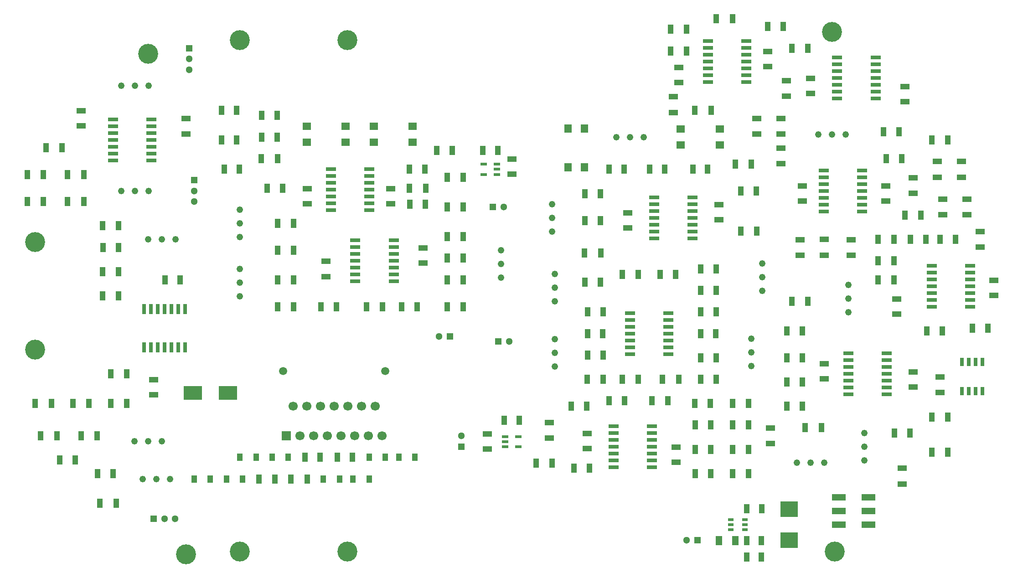
<source format=gbr>
G04*
G04 #@! TF.GenerationSoftware,Altium Limited,Altium Designer,23.9.2 (47)*
G04*
G04 Layer_Color=255*
%FSLAX44Y44*%
%MOMM*%
G71*
G04*
G04 #@! TF.SameCoordinates,DC7A7723-1311-43B5-9009-1713E082842B*
G04*
G04*
G04 #@! TF.FilePolarity,Positive*
G04*
G01*
G75*
%ADD15R,1.8200X1.0200*%
%ADD16R,1.7500X1.0500*%
%ADD17R,1.1200X1.3700*%
%ADD18R,1.0200X1.8200*%
%ADD19R,1.0500X1.7500*%
%ADD20R,1.1500X1.8000*%
%ADD21R,1.6000X1.4000*%
%ADD22R,1.0500X1.8000*%
%ADD23R,0.6500X1.5250*%
%ADD24R,2.5400X1.2700*%
%ADD25R,1.8250X0.7000*%
%ADD26R,1.4000X1.6000*%
%ADD27R,1.2500X0.6000*%
%ADD28R,1.0400X1.7800*%
%ADD29R,1.0700X1.8200*%
%ADD30R,3.5000X2.5000*%
%ADD31R,1.8000X1.0500*%
%ADD32R,3.2000X2.8500*%
%ADD33R,1.0500X0.5500*%
%ADD34R,0.7000X1.8250*%
%ADD35R,1.1176X1.8034*%
%ADD56R,1.3000X1.3000*%
%ADD57C,1.3000*%
%ADD61R,1.3000X1.3000*%
%ADD66C,1.5000*%
%ADD67C,3.7000*%
%ADD68C,1.2400*%
%ADD69C,1.6950*%
%ADD70R,1.6950X1.6950*%
D15*
X-110000Y614000D02*
D03*
Y586000D02*
D03*
X70000Y611000D02*
D03*
Y639000D02*
D03*
X-430000Y394000D02*
D03*
Y366000D02*
D03*
X10000Y749000D02*
D03*
Y721000D02*
D03*
X980000Y409000D02*
D03*
Y381000D02*
D03*
X710000Y1004000D02*
D03*
Y976000D02*
D03*
X545000Y974000D02*
D03*
Y946000D02*
D03*
X775000Y726000D02*
D03*
Y754000D02*
D03*
X540000Y269000D02*
D03*
Y241000D02*
D03*
X375000Y294000D02*
D03*
Y266000D02*
D03*
X620000Y719000D02*
D03*
Y691000D02*
D03*
X930000Y726000D02*
D03*
Y754000D02*
D03*
X450000Y704000D02*
D03*
Y676000D02*
D03*
X235000Y776000D02*
D03*
Y804000D02*
D03*
X190000Y265247D02*
D03*
Y293247D02*
D03*
X-145000Y721000D02*
D03*
Y749000D02*
D03*
X-565000Y866000D02*
D03*
Y894000D02*
D03*
X-370000Y879000D02*
D03*
Y851000D02*
D03*
X1130000Y551000D02*
D03*
Y579000D02*
D03*
X950000Y516000D02*
D03*
Y544000D02*
D03*
X965000Y911000D02*
D03*
Y939000D02*
D03*
X790000Y926000D02*
D03*
Y954000D02*
D03*
X815000Y396000D02*
D03*
Y424000D02*
D03*
D16*
X1035000Y700500D02*
D03*
Y729500D02*
D03*
X1105000Y669500D02*
D03*
Y640500D02*
D03*
X1030000Y370500D02*
D03*
Y399500D02*
D03*
X715000Y275500D02*
D03*
Y304500D02*
D03*
X305000Y314500D02*
D03*
Y285500D02*
D03*
X1080000Y729500D02*
D03*
Y700500D02*
D03*
X1025000Y799500D02*
D03*
Y770500D02*
D03*
X1070000Y799500D02*
D03*
Y770500D02*
D03*
X980000Y769500D02*
D03*
Y740500D02*
D03*
X735000Y824500D02*
D03*
Y795500D02*
D03*
X690000Y879500D02*
D03*
Y850500D02*
D03*
X770000Y654500D02*
D03*
Y625500D02*
D03*
X735000Y879500D02*
D03*
Y850500D02*
D03*
X745000Y920500D02*
D03*
Y949500D02*
D03*
X865000Y625500D02*
D03*
Y654500D02*
D03*
D17*
X-210000Y250000D02*
D03*
X-180000D02*
D03*
X-115000Y210000D02*
D03*
X-85000D02*
D03*
X-60000D02*
D03*
X-30000D02*
D03*
X55000Y250000D02*
D03*
X25000D02*
D03*
X0Y250000D02*
D03*
X-30000D02*
D03*
X-355000Y210000D02*
D03*
X-325000D02*
D03*
X-270000Y250000D02*
D03*
X-240000D02*
D03*
X-295000Y210000D02*
D03*
X-265000D02*
D03*
D18*
X-409000Y580000D02*
D03*
X-381000D02*
D03*
X586000Y480000D02*
D03*
X614000D02*
D03*
X444000Y785000D02*
D03*
X416000D02*
D03*
X209000Y820000D02*
D03*
X181000D02*
D03*
X249000Y319247D02*
D03*
X221000D02*
D03*
X-149000Y250000D02*
D03*
X-121000D02*
D03*
X699000Y155000D02*
D03*
X671000D02*
D03*
X-304000Y895000D02*
D03*
X-276000D02*
D03*
X376000Y480000D02*
D03*
X404000D02*
D03*
X-89000Y250000D02*
D03*
X-61000D02*
D03*
D19*
X115500Y660000D02*
D03*
X144500D02*
D03*
X994500Y700000D02*
D03*
X965500D02*
D03*
X614500Y600000D02*
D03*
X585500D02*
D03*
X575500Y310000D02*
D03*
X604500D02*
D03*
X1005500Y485000D02*
D03*
X1034500D02*
D03*
X975500Y655000D02*
D03*
X1004500D02*
D03*
X1059500D02*
D03*
X1030500D02*
D03*
X1090500Y490000D02*
D03*
X1119500D02*
D03*
X1044500Y325000D02*
D03*
X1015500D02*
D03*
X974500Y295000D02*
D03*
X945500D02*
D03*
X674500Y265000D02*
D03*
X645500D02*
D03*
X444500Y355000D02*
D03*
X415500D02*
D03*
X374500Y345000D02*
D03*
X345500D02*
D03*
X495500Y355000D02*
D03*
X524500D02*
D03*
X350500Y230000D02*
D03*
X379500D02*
D03*
X575500Y220000D02*
D03*
X604500D02*
D03*
Y265000D02*
D03*
X575500D02*
D03*
X674500Y220000D02*
D03*
X645500D02*
D03*
X604000Y350000D02*
D03*
X575000D02*
D03*
X399500Y740000D02*
D03*
X370500D02*
D03*
X539500Y590000D02*
D03*
X510500D02*
D03*
X689500Y745000D02*
D03*
X660500D02*
D03*
X399500Y575000D02*
D03*
X370500D02*
D03*
Y690000D02*
D03*
X399500D02*
D03*
X469500Y395000D02*
D03*
X440500D02*
D03*
X614500Y435000D02*
D03*
X585500D02*
D03*
Y560000D02*
D03*
X614500D02*
D03*
X585500Y520000D02*
D03*
X614500D02*
D03*
X585500Y395000D02*
D03*
X614500D02*
D03*
X404500Y440000D02*
D03*
X375500D02*
D03*
X404500Y520000D02*
D03*
X375500D02*
D03*
X774500Y390000D02*
D03*
X745500D02*
D03*
X1015500Y260000D02*
D03*
X1044500D02*
D03*
X774500Y345000D02*
D03*
X745500D02*
D03*
X774500Y435000D02*
D03*
X745500D02*
D03*
X915500Y580000D02*
D03*
X944500D02*
D03*
X959500Y805000D02*
D03*
X930500D02*
D03*
X1044500Y840000D02*
D03*
X1015500D02*
D03*
X954500Y855000D02*
D03*
X925500D02*
D03*
X739500Y1050000D02*
D03*
X710500D02*
D03*
X755500Y1010000D02*
D03*
X784500D02*
D03*
X755500Y540000D02*
D03*
X784500D02*
D03*
X774500Y485000D02*
D03*
X745500D02*
D03*
X30500Y530000D02*
D03*
X59500D02*
D03*
X-5500D02*
D03*
X-34500D02*
D03*
X-199500Y635000D02*
D03*
X-170500D02*
D03*
X-119500Y530000D02*
D03*
X-90500D02*
D03*
X-170500Y685000D02*
D03*
X-199500D02*
D03*
X115500Y620000D02*
D03*
X144500D02*
D03*
X115500Y530000D02*
D03*
X144500D02*
D03*
X115500Y580000D02*
D03*
X144500D02*
D03*
X45000Y785000D02*
D03*
X74000D02*
D03*
X74500Y720000D02*
D03*
X45500D02*
D03*
X-219500Y750000D02*
D03*
X-190500D02*
D03*
X-229500Y885000D02*
D03*
X-200500D02*
D03*
X-229500Y845000D02*
D03*
X-200500D02*
D03*
X-534500Y220000D02*
D03*
X-505500D02*
D03*
X-575500Y245000D02*
D03*
X-604500D02*
D03*
X-564500Y290000D02*
D03*
X-535500D02*
D03*
X-480500Y350000D02*
D03*
X-509500D02*
D03*
X-524500Y640000D02*
D03*
X-495500D02*
D03*
X95500Y820000D02*
D03*
X124500D02*
D03*
X645500Y310000D02*
D03*
X674500D02*
D03*
Y350000D02*
D03*
X645500D02*
D03*
D20*
X620000Y95000D02*
D03*
X650000D02*
D03*
D21*
X621000Y860000D02*
D03*
X549000D02*
D03*
X621000Y830000D02*
D03*
X549000D02*
D03*
X-21000Y835000D02*
D03*
X51000D02*
D03*
X-21000Y865000D02*
D03*
X51000D02*
D03*
X-74000D02*
D03*
X-146000D02*
D03*
X-74000Y835000D02*
D03*
X-146000D02*
D03*
D22*
X605000Y895000D02*
D03*
X575000D02*
D03*
X945000Y615000D02*
D03*
X915000D02*
D03*
X440000Y590000D02*
D03*
X470000D02*
D03*
X690000Y670000D02*
D03*
X660000D02*
D03*
X680000Y795000D02*
D03*
X650000D02*
D03*
X400000Y630000D02*
D03*
X370000D02*
D03*
X405000Y395000D02*
D03*
X375000D02*
D03*
X515000D02*
D03*
X545000D02*
D03*
X280000Y239247D02*
D03*
X310000D02*
D03*
X-175000Y210000D02*
D03*
X-145000D02*
D03*
X-235000D02*
D03*
X-205000D02*
D03*
X810000Y305000D02*
D03*
X780000D02*
D03*
X915000Y655000D02*
D03*
X945000D02*
D03*
X560000Y1045000D02*
D03*
X530000D02*
D03*
X560000Y1005000D02*
D03*
X530000D02*
D03*
X-200000Y580000D02*
D03*
X-170000D02*
D03*
X115000Y770000D02*
D03*
X145000D02*
D03*
X115000Y715000D02*
D03*
X145000D02*
D03*
X45000Y750000D02*
D03*
X75000D02*
D03*
X-230000Y805000D02*
D03*
X-200000D02*
D03*
X-640000Y290000D02*
D03*
X-610000D02*
D03*
X-530000Y165000D02*
D03*
X-500000D02*
D03*
X-580000Y350000D02*
D03*
X-550000D02*
D03*
X-620000D02*
D03*
X-650000D02*
D03*
X-510000Y405000D02*
D03*
X-480000D02*
D03*
X-525000Y550000D02*
D03*
X-495000D02*
D03*
X-525000Y595000D02*
D03*
X-495000D02*
D03*
X-600000Y825000D02*
D03*
X-630000D02*
D03*
X-665000Y725000D02*
D03*
X-635000D02*
D03*
X-590000Y775000D02*
D03*
X-560000D02*
D03*
X-665000D02*
D03*
X-635000D02*
D03*
X-590000Y725000D02*
D03*
X-560000D02*
D03*
X-525000Y680000D02*
D03*
X-495000D02*
D03*
X-170000Y530000D02*
D03*
X-200000D02*
D03*
D23*
X1109050Y372880D02*
D03*
X1096350D02*
D03*
X1083650D02*
D03*
X1070950D02*
D03*
Y427120D02*
D03*
X1083650D02*
D03*
X1096350D02*
D03*
X1109050D02*
D03*
D24*
X897300Y124600D02*
D03*
X842700D02*
D03*
X897300Y150000D02*
D03*
X842700D02*
D03*
X897300Y175400D02*
D03*
X842700D02*
D03*
D25*
X424380Y231900D02*
D03*
Y244600D02*
D03*
Y257300D02*
D03*
Y270000D02*
D03*
Y282700D02*
D03*
Y295400D02*
D03*
Y308100D02*
D03*
X495620D02*
D03*
Y295400D02*
D03*
Y282700D02*
D03*
Y270000D02*
D03*
Y257300D02*
D03*
Y244600D02*
D03*
Y231900D02*
D03*
X570620Y733100D02*
D03*
Y720400D02*
D03*
Y707700D02*
D03*
Y695000D02*
D03*
Y682300D02*
D03*
Y669600D02*
D03*
Y656900D02*
D03*
X499380D02*
D03*
Y669600D02*
D03*
Y682300D02*
D03*
Y695000D02*
D03*
Y707700D02*
D03*
Y720400D02*
D03*
Y733100D02*
D03*
X525620Y518100D02*
D03*
Y505400D02*
D03*
Y492700D02*
D03*
Y480000D02*
D03*
Y467300D02*
D03*
Y454600D02*
D03*
Y441900D02*
D03*
X454380D02*
D03*
Y454600D02*
D03*
Y467300D02*
D03*
Y480000D02*
D03*
Y492700D02*
D03*
Y505400D02*
D03*
Y518100D02*
D03*
X814380Y783100D02*
D03*
Y770400D02*
D03*
Y757700D02*
D03*
Y745000D02*
D03*
Y732300D02*
D03*
Y719600D02*
D03*
Y706900D02*
D03*
X885620D02*
D03*
Y719600D02*
D03*
Y732300D02*
D03*
Y745000D02*
D03*
Y757700D02*
D03*
Y770400D02*
D03*
Y783100D02*
D03*
X1015000Y606200D02*
D03*
Y593500D02*
D03*
Y580800D02*
D03*
Y568100D02*
D03*
Y555400D02*
D03*
Y542700D02*
D03*
Y530000D02*
D03*
X1086240D02*
D03*
Y542700D02*
D03*
Y555400D02*
D03*
Y568100D02*
D03*
Y580800D02*
D03*
Y593500D02*
D03*
Y606200D02*
D03*
X839380Y993100D02*
D03*
Y980400D02*
D03*
Y967700D02*
D03*
Y955000D02*
D03*
Y942300D02*
D03*
Y929600D02*
D03*
Y916900D02*
D03*
X910620D02*
D03*
Y929600D02*
D03*
Y942300D02*
D03*
Y955000D02*
D03*
Y967700D02*
D03*
Y980400D02*
D03*
Y993100D02*
D03*
X599380Y1023100D02*
D03*
Y1010400D02*
D03*
Y997700D02*
D03*
Y985000D02*
D03*
Y972300D02*
D03*
Y959600D02*
D03*
Y946900D02*
D03*
X670620D02*
D03*
Y959600D02*
D03*
Y972300D02*
D03*
Y985000D02*
D03*
Y997700D02*
D03*
Y1010400D02*
D03*
Y1023100D02*
D03*
X-100620Y785807D02*
D03*
Y773107D02*
D03*
Y760407D02*
D03*
Y747707D02*
D03*
Y735007D02*
D03*
Y722307D02*
D03*
Y709607D02*
D03*
X-29380D02*
D03*
Y722307D02*
D03*
Y735007D02*
D03*
Y747707D02*
D03*
Y760407D02*
D03*
Y773107D02*
D03*
Y785807D02*
D03*
X-55620Y653100D02*
D03*
Y640400D02*
D03*
Y627700D02*
D03*
Y615000D02*
D03*
Y602300D02*
D03*
Y589600D02*
D03*
Y576900D02*
D03*
X15620D02*
D03*
Y589600D02*
D03*
Y602300D02*
D03*
Y615000D02*
D03*
Y627700D02*
D03*
Y640400D02*
D03*
Y653100D02*
D03*
X-434380Y801900D02*
D03*
Y814600D02*
D03*
Y827300D02*
D03*
Y840000D02*
D03*
Y852700D02*
D03*
Y865400D02*
D03*
Y878100D02*
D03*
X-505620D02*
D03*
Y865400D02*
D03*
Y852700D02*
D03*
Y840000D02*
D03*
Y827300D02*
D03*
Y814600D02*
D03*
Y801900D02*
D03*
X860000Y443100D02*
D03*
Y430400D02*
D03*
Y417700D02*
D03*
Y405000D02*
D03*
Y392300D02*
D03*
Y379600D02*
D03*
Y366900D02*
D03*
X931240D02*
D03*
Y379600D02*
D03*
Y392300D02*
D03*
Y405000D02*
D03*
Y417700D02*
D03*
Y430400D02*
D03*
Y443100D02*
D03*
D26*
X339608Y861000D02*
D03*
Y789000D02*
D03*
X369608Y861000D02*
D03*
Y789000D02*
D03*
D27*
X182500Y775500D02*
D03*
Y794500D02*
D03*
X207500D02*
D03*
Y785000D02*
D03*
Y775500D02*
D03*
X247500Y288747D02*
D03*
Y269747D02*
D03*
X222500D02*
D03*
Y279247D02*
D03*
Y288747D02*
D03*
D28*
X518700Y785000D02*
D03*
X491300D02*
D03*
X-303700Y840000D02*
D03*
X-276300D02*
D03*
D29*
X598800Y785000D02*
D03*
X571200D02*
D03*
X671200Y95000D02*
D03*
X698800D02*
D03*
X671200Y65000D02*
D03*
X698800D02*
D03*
X-298800Y785000D02*
D03*
X-271200D02*
D03*
D30*
X-292500Y370000D02*
D03*
X-357500D02*
D03*
D31*
X960000Y230000D02*
D03*
Y200000D02*
D03*
X815000Y625000D02*
D03*
Y655000D02*
D03*
X535000Y890000D02*
D03*
Y920000D02*
D03*
D32*
X750000Y96500D02*
D03*
Y153500D02*
D03*
D33*
X642000Y134500D02*
D03*
Y125000D02*
D03*
Y115500D02*
D03*
X668000D02*
D03*
Y125000D02*
D03*
Y134500D02*
D03*
D34*
X-448100Y454380D02*
D03*
X-435400D02*
D03*
X-422700D02*
D03*
X-410000D02*
D03*
X-397300D02*
D03*
X-384600D02*
D03*
X-371900D02*
D03*
Y525620D02*
D03*
X-384600D02*
D03*
X-397300D02*
D03*
X-410000D02*
D03*
X-422700D02*
D03*
X-435400D02*
D03*
X-448100D02*
D03*
D35*
X644986Y1065000D02*
D03*
X615014D02*
D03*
D56*
X-430000Y136000D02*
D03*
X200000Y715000D02*
D03*
X210000Y465000D02*
D03*
X120000Y475000D02*
D03*
X580000Y96000D02*
D03*
D57*
X-410000Y136000D02*
D03*
X-390000D02*
D03*
X-355000Y745000D02*
D03*
Y725000D02*
D03*
X141000Y290000D02*
D03*
X220000Y715000D02*
D03*
X230000Y465000D02*
D03*
X100000Y475000D02*
D03*
X560000Y96000D02*
D03*
X-364000Y970000D02*
D03*
Y990000D02*
D03*
D61*
X-355000Y765000D02*
D03*
X141000Y270000D02*
D03*
X-364000Y1010000D02*
D03*
D66*
X-190000Y410000D02*
D03*
X0D02*
D03*
D67*
X-650000Y650000D02*
D03*
Y450000D02*
D03*
X-70000Y1025000D02*
D03*
X-270000D02*
D03*
X-70000Y75000D02*
D03*
X-270000D02*
D03*
X830000Y1040000D02*
D03*
X835000Y75000D02*
D03*
X-370000Y70000D02*
D03*
X-440000Y1000000D02*
D03*
D68*
X-414600Y280000D02*
D03*
X-440000D02*
D03*
X-465400D02*
D03*
X860000Y570400D02*
D03*
Y545000D02*
D03*
Y519600D02*
D03*
X700000Y559600D02*
D03*
Y585000D02*
D03*
Y610400D02*
D03*
X429200Y845000D02*
D03*
X454600D02*
D03*
X480000D02*
D03*
X315000Y470000D02*
D03*
Y444600D02*
D03*
Y419200D02*
D03*
X215000Y584200D02*
D03*
Y609600D02*
D03*
Y635000D02*
D03*
X315000Y539600D02*
D03*
Y565000D02*
D03*
Y590400D02*
D03*
X310000Y669600D02*
D03*
Y695000D02*
D03*
Y720400D02*
D03*
X-490400Y940000D02*
D03*
X-465000D02*
D03*
X-439600D02*
D03*
X890000Y244200D02*
D03*
Y269600D02*
D03*
Y295000D02*
D03*
X815400Y240000D02*
D03*
X790000D02*
D03*
X764600D02*
D03*
X680000Y470400D02*
D03*
Y445000D02*
D03*
Y419600D02*
D03*
X855400Y850000D02*
D03*
X830000D02*
D03*
X804600D02*
D03*
X-270000Y600000D02*
D03*
Y574600D02*
D03*
Y549200D02*
D03*
Y659600D02*
D03*
Y685000D02*
D03*
Y710400D02*
D03*
X-440400Y655000D02*
D03*
X-415000D02*
D03*
X-389600D02*
D03*
X-450800Y210000D02*
D03*
X-425400D02*
D03*
X-400000D02*
D03*
X-439200Y745000D02*
D03*
X-464600D02*
D03*
X-490000D02*
D03*
D69*
X-18800Y345000D02*
D03*
X-44200D02*
D03*
X-69600D02*
D03*
X-95000D02*
D03*
X-120400D02*
D03*
X-145800D02*
D03*
X-171200D02*
D03*
X-6100Y289700D02*
D03*
X-31500D02*
D03*
X-56900D02*
D03*
X-82300D02*
D03*
X-107700D02*
D03*
X-133100D02*
D03*
X-158500D02*
D03*
D70*
X-183900D02*
D03*
M02*

</source>
